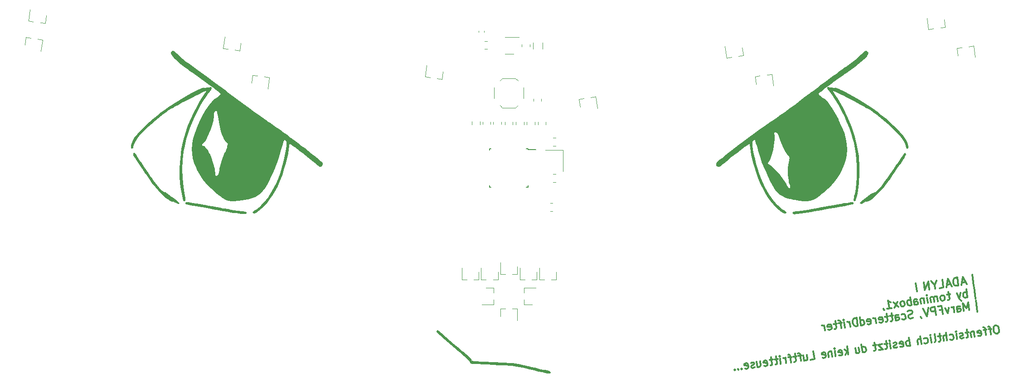
<source format=gbr>
%TF.GenerationSoftware,KiCad,Pcbnew,(6.99.0-222-g367431f825)*%
%TF.CreationDate,2022-01-18T12:28:29+01:00*%
%TF.ProjectId,Adalyn,4164616c-796e-42e6-9b69-6361645f7063,rev?*%
%TF.SameCoordinates,Original*%
%TF.FileFunction,Legend,Bot*%
%TF.FilePolarity,Positive*%
%FSLAX46Y46*%
G04 Gerber Fmt 4.6, Leading zero omitted, Abs format (unit mm)*
G04 Created by KiCad (PCBNEW (6.99.0-222-g367431f825)) date 2022-01-18 12:28:29*
%MOMM*%
%LPD*%
G01*
G04 APERTURE LIST*
%ADD10C,0.300000*%
%ADD11C,0.120000*%
%ADD12C,0.150000*%
G04 APERTURE END LIST*
D10*
X236718644Y-115761168D02*
X236435710Y-115800932D01*
X236304184Y-115891547D01*
X236182599Y-116052896D01*
X236151630Y-116345771D01*
X236221216Y-116840905D01*
X236331713Y-117113898D01*
X236493062Y-117235483D01*
X236644470Y-117286334D01*
X236927404Y-117246570D01*
X237058930Y-117155955D01*
X237180515Y-116994606D01*
X237211484Y-116701732D01*
X237141898Y-116206598D01*
X237031401Y-115933605D01*
X236870052Y-115812020D01*
X236718644Y-115761168D01*
X235787353Y-116396967D02*
X235221485Y-116476494D01*
X235714326Y-117417057D02*
X235535389Y-116143856D01*
X235444773Y-116012330D01*
X235293366Y-115961478D01*
X235151899Y-115981360D01*
X234857209Y-116527690D02*
X234291341Y-116607217D01*
X234784182Y-117547781D02*
X234605245Y-116274579D01*
X234514629Y-116143053D01*
X234363222Y-116092201D01*
X234221755Y-116112083D01*
X233278229Y-117687298D02*
X233429637Y-117738150D01*
X233712571Y-117698386D01*
X233844097Y-117607770D01*
X233894948Y-117456363D01*
X233815421Y-116890495D01*
X233724806Y-116758969D01*
X233573398Y-116708118D01*
X233290464Y-116747881D01*
X233158938Y-116838497D01*
X233108086Y-116989905D01*
X233127968Y-117131371D01*
X233855185Y-117173429D01*
X232501786Y-116858723D02*
X232640959Y-117848991D01*
X232521668Y-117000190D02*
X232440994Y-116939397D01*
X232289586Y-116888546D01*
X232077386Y-116918369D01*
X231945860Y-117008984D01*
X231895008Y-117160392D01*
X232004358Y-117938459D01*
X231500908Y-116999387D02*
X230935041Y-117078915D01*
X231219121Y-116534076D02*
X231398058Y-117807278D01*
X231347207Y-117958686D01*
X231215681Y-118049301D01*
X231074214Y-118069183D01*
X230558529Y-118069527D02*
X230427004Y-118160142D01*
X230144070Y-118199906D01*
X229992662Y-118149054D01*
X229902047Y-118017528D01*
X229892106Y-117946795D01*
X229942957Y-117795387D01*
X230074483Y-117704772D01*
X230286684Y-117674949D01*
X230418209Y-117584334D01*
X230469061Y-117432926D01*
X230459120Y-117362193D01*
X230368505Y-117230667D01*
X230217097Y-117179815D01*
X230004897Y-117209638D01*
X229873371Y-117300253D01*
X229355392Y-118310747D02*
X229216219Y-117320479D01*
X229146633Y-116825345D02*
X229227307Y-116886138D01*
X229166515Y-116966812D01*
X229085840Y-116906020D01*
X229146633Y-116825345D01*
X229166515Y-116966812D01*
X228061640Y-118420442D02*
X228213048Y-118471293D01*
X228495982Y-118431530D01*
X228627508Y-118340914D01*
X228688300Y-118260240D01*
X228739152Y-118108832D01*
X228679506Y-117684431D01*
X228588891Y-117552906D01*
X228508216Y-117492113D01*
X228356809Y-117441262D01*
X228073875Y-117481025D01*
X227942349Y-117571641D01*
X227495104Y-118572194D02*
X227286344Y-117086792D01*
X226858503Y-118661662D02*
X226749152Y-117883594D01*
X226800004Y-117732187D01*
X226931530Y-117641571D01*
X227143730Y-117611749D01*
X227295138Y-117662600D01*
X227375812Y-117723393D01*
X226355052Y-117722590D02*
X225789185Y-117802117D01*
X226073266Y-117257279D02*
X226252202Y-118530481D01*
X226201351Y-118681888D01*
X226069825Y-118772504D01*
X225928358Y-118792386D01*
X225139681Y-118903227D02*
X225271207Y-118812612D01*
X225322058Y-118661204D01*
X225143122Y-117388002D01*
X224563204Y-118984245D02*
X224424031Y-117993977D01*
X224354444Y-117498843D02*
X224435119Y-117559636D01*
X224374326Y-117640310D01*
X224293652Y-117579518D01*
X224354444Y-117498843D01*
X224374326Y-117640310D01*
X223269452Y-119093940D02*
X223420859Y-119144791D01*
X223703793Y-119105028D01*
X223835319Y-119014412D01*
X223896112Y-118933738D01*
X223946963Y-118782330D01*
X223887318Y-118357930D01*
X223796702Y-118226404D01*
X223716028Y-118165611D01*
X223564620Y-118114760D01*
X223281686Y-118154523D01*
X223150160Y-118245139D01*
X222702915Y-119245692D02*
X222494155Y-117760290D01*
X222066314Y-119335160D02*
X221956964Y-118557093D01*
X222007816Y-118405685D01*
X222139341Y-118315070D01*
X222351542Y-118285247D01*
X222502950Y-118336098D01*
X222583624Y-118396891D01*
X220598595Y-119541435D02*
X220389836Y-118056033D01*
X220469363Y-118621900D02*
X220317956Y-118571049D01*
X220035022Y-118610812D01*
X219903496Y-118701428D01*
X219842703Y-118782102D01*
X219791852Y-118933510D01*
X219851497Y-119357910D01*
X219942113Y-119489436D01*
X220022787Y-119550229D01*
X220174195Y-119601080D01*
X220457129Y-119561317D01*
X220588655Y-119470701D01*
X218738976Y-119730657D02*
X218890384Y-119781508D01*
X219173317Y-119741745D01*
X219304843Y-119651129D01*
X219355695Y-119499721D01*
X219276167Y-118933854D01*
X219185552Y-118802328D01*
X219034144Y-118751477D01*
X218751211Y-118791240D01*
X218619685Y-118881856D01*
X218568833Y-119033263D01*
X218588715Y-119174730D01*
X219315931Y-119216788D01*
X218162498Y-119811675D02*
X218030972Y-119902291D01*
X217748039Y-119942054D01*
X217596631Y-119891203D01*
X217506016Y-119759677D01*
X217496075Y-119688944D01*
X217546926Y-119537536D01*
X217678452Y-119446920D01*
X217890652Y-119417098D01*
X218022178Y-119326482D01*
X218073030Y-119175075D01*
X218063089Y-119104341D01*
X217972474Y-118972815D01*
X217821066Y-118921964D01*
X217608866Y-118951786D01*
X217477340Y-119042402D01*
X216959361Y-120052896D02*
X216820188Y-119062628D01*
X216750602Y-118567494D02*
X216831276Y-118628286D01*
X216770484Y-118708961D01*
X216689809Y-118648168D01*
X216750602Y-118567494D01*
X216770484Y-118708961D01*
X216385178Y-119123764D02*
X215819311Y-119203292D01*
X216103391Y-118658453D02*
X216282328Y-119931655D01*
X216231476Y-120083063D01*
X216099951Y-120173678D01*
X215958484Y-120193560D01*
X215384301Y-119264429D02*
X214606233Y-119373779D01*
X215523474Y-120254697D01*
X214745406Y-120364047D01*
X214241956Y-119424975D02*
X213676088Y-119504502D01*
X213960169Y-118959663D02*
X214139106Y-120232865D01*
X214088254Y-120384273D01*
X213956728Y-120474888D01*
X213815261Y-120494770D01*
X211710942Y-120790513D02*
X211502183Y-119305111D01*
X211701001Y-120719780D02*
X211852409Y-120770631D01*
X212135343Y-120730867D01*
X212266869Y-120640252D01*
X212327661Y-120559578D01*
X212378513Y-120408170D01*
X212318867Y-119983769D01*
X212228252Y-119852243D01*
X212147578Y-119791451D01*
X211996170Y-119740599D01*
X211713236Y-119780363D01*
X211581710Y-119870978D01*
X210358691Y-119970732D02*
X210497864Y-120961000D01*
X210995292Y-119881264D02*
X211104642Y-120659331D01*
X211053791Y-120810739D01*
X210922265Y-120901354D01*
X210710064Y-120931177D01*
X210558657Y-120880326D01*
X210477982Y-120819533D01*
X209030145Y-121167274D02*
X208821386Y-119681872D01*
X208809151Y-120621289D02*
X208464278Y-121246802D01*
X208325105Y-120256534D02*
X208970500Y-120742874D01*
X207311992Y-121336615D02*
X207463400Y-121387466D01*
X207746334Y-121347702D01*
X207877860Y-121257087D01*
X207928711Y-121105679D01*
X207849184Y-120539812D01*
X207758569Y-120408286D01*
X207607161Y-120357434D01*
X207324227Y-120397198D01*
X207192701Y-120487813D01*
X207141850Y-120639221D01*
X207161731Y-120780688D01*
X207888948Y-120822746D01*
X206674722Y-121498308D02*
X206535549Y-120508040D01*
X206465963Y-120012905D02*
X206546637Y-120073698D01*
X206485845Y-120154372D01*
X206405170Y-120093580D01*
X206465963Y-120012905D01*
X206485845Y-120154372D01*
X205888339Y-120598999D02*
X206027512Y-121589267D01*
X205908221Y-120740466D02*
X205827546Y-120679673D01*
X205676138Y-120628822D01*
X205463938Y-120658645D01*
X205332412Y-120749260D01*
X205281561Y-120900668D01*
X205390911Y-121678735D01*
X204238625Y-121768548D02*
X204390033Y-121819400D01*
X204672967Y-121779636D01*
X204804493Y-121689021D01*
X204855344Y-121537613D01*
X204775817Y-120971745D01*
X204685201Y-120840219D01*
X204533794Y-120789368D01*
X204250860Y-120829132D01*
X204119334Y-120919747D01*
X204068482Y-121071155D01*
X204088364Y-121212622D01*
X204815580Y-121254679D01*
X202002780Y-122154906D02*
X202710114Y-122055497D01*
X202501354Y-120570095D01*
X200650529Y-121335125D02*
X200789702Y-122325393D01*
X201287129Y-121245657D02*
X201396480Y-122023725D01*
X201345628Y-122175132D01*
X201214102Y-122265748D01*
X201001902Y-122295570D01*
X200850494Y-122244719D01*
X200769820Y-122183926D01*
X200286251Y-121386321D02*
X199720384Y-121465849D01*
X200213224Y-122406412D02*
X200034287Y-121133210D01*
X199943672Y-121001684D01*
X199792264Y-120950833D01*
X199650797Y-120970714D01*
X199356107Y-121517044D02*
X198790240Y-121596572D01*
X199074321Y-121051733D02*
X199253257Y-122324935D01*
X199202406Y-122476343D01*
X199070880Y-122566958D01*
X198929413Y-122586840D01*
X198425964Y-121647767D02*
X197860096Y-121727295D01*
X198352936Y-122667858D02*
X198173999Y-121394657D01*
X198083384Y-121263131D01*
X197931976Y-121212279D01*
X197790510Y-121232161D01*
X197422792Y-122798582D02*
X197283619Y-121808313D01*
X197323383Y-122091247D02*
X197232768Y-121959721D01*
X197152093Y-121898929D01*
X197000686Y-121848077D01*
X196859219Y-121867959D01*
X196421915Y-122939246D02*
X196282741Y-121948978D01*
X196213155Y-121453844D02*
X196293829Y-121514636D01*
X196233037Y-121595310D01*
X196152362Y-121534518D01*
X196213155Y-121453844D01*
X196233037Y-121595310D01*
X195847731Y-122010114D02*
X195281864Y-122089642D01*
X195565944Y-121544803D02*
X195744881Y-122818005D01*
X195694030Y-122969413D01*
X195562504Y-123060028D01*
X195421037Y-123079910D01*
X194917587Y-122140838D02*
X194351720Y-122220365D01*
X194635800Y-121675526D02*
X194814737Y-122948728D01*
X194763886Y-123100136D01*
X194632360Y-123190751D01*
X194490893Y-123210633D01*
X193338608Y-123300446D02*
X193490016Y-123351297D01*
X193772949Y-123311534D01*
X193904475Y-123220918D01*
X193955327Y-123069510D01*
X193875799Y-122503643D01*
X193785184Y-122372117D01*
X193633776Y-122321265D01*
X193350843Y-122361029D01*
X193219317Y-122451645D01*
X193168465Y-122603052D01*
X193188347Y-122744519D01*
X193915563Y-122786577D01*
X191925564Y-122561339D02*
X192064737Y-123551607D01*
X192562165Y-122471871D02*
X192671515Y-123249938D01*
X192620663Y-123401346D01*
X192489138Y-123491962D01*
X192276937Y-123521784D01*
X192125529Y-123470933D01*
X192044855Y-123410140D01*
X191549052Y-123551951D02*
X191417526Y-123642567D01*
X191134592Y-123682330D01*
X190983184Y-123631479D01*
X190892569Y-123499953D01*
X190882628Y-123429219D01*
X190933480Y-123277812D01*
X191065006Y-123187196D01*
X191277206Y-123157374D01*
X191408732Y-123066758D01*
X191459584Y-122915350D01*
X191449643Y-122844617D01*
X191359027Y-122713091D01*
X191207619Y-122662240D01*
X190995419Y-122692062D01*
X190863893Y-122782678D01*
X189770107Y-123801966D02*
X189921514Y-123852817D01*
X190204448Y-123813054D01*
X190335974Y-123722438D01*
X190386826Y-123571031D01*
X190307298Y-123005163D01*
X190216683Y-122873637D01*
X190065275Y-122822786D01*
X189782341Y-122862549D01*
X189650815Y-122953165D01*
X189599964Y-123104572D01*
X189619846Y-123246039D01*
X190347062Y-123288097D01*
X189112955Y-123822192D02*
X189052162Y-123902866D01*
X189132837Y-123963659D01*
X189193629Y-123882984D01*
X189112955Y-123822192D01*
X189132837Y-123963659D01*
X188465744Y-123913151D02*
X188404952Y-123993826D01*
X188485626Y-124054618D01*
X188546419Y-123973944D01*
X188465744Y-123913151D01*
X188485626Y-124054618D01*
X187818534Y-124004111D02*
X187757741Y-124084785D01*
X187838416Y-124145578D01*
X187899208Y-124064903D01*
X187818534Y-124004111D01*
X187838416Y-124145578D01*
X232481000Y-108397659D02*
X232182772Y-106275656D01*
X230954783Y-107674458D02*
X230247449Y-107773868D01*
X231155895Y-108078977D02*
X230452002Y-106663161D01*
X230165627Y-108218150D01*
X229589150Y-108299169D02*
X229380390Y-106813767D01*
X229026723Y-106863471D01*
X228824464Y-106964027D01*
X228702879Y-107125376D01*
X228652027Y-107276784D01*
X228621058Y-107569659D01*
X228650880Y-107781859D01*
X228761378Y-108054852D01*
X228851993Y-108186378D01*
X229013342Y-108307963D01*
X229235483Y-108348873D01*
X229589150Y-108299169D01*
X228174960Y-108065137D02*
X227467626Y-108164546D01*
X228376072Y-108469656D02*
X227672179Y-107053840D01*
X227385804Y-108608829D01*
X226101993Y-108789257D02*
X226809327Y-108689847D01*
X226600567Y-107204445D01*
X225143173Y-108202705D02*
X225242582Y-108910039D01*
X225528956Y-107355050D02*
X225143173Y-108202705D01*
X224538688Y-107494223D01*
X224170971Y-109060644D02*
X223962211Y-107575242D01*
X223322169Y-109179935D01*
X223113410Y-107694533D01*
X221854451Y-109386210D02*
X221645692Y-107900808D01*
X232819191Y-110804010D02*
X232520963Y-108682007D01*
X231281886Y-110515151D02*
X231073127Y-109029749D01*
X231152654Y-109595616D02*
X231001246Y-109544765D01*
X230718312Y-109584528D01*
X230586787Y-109675144D01*
X230525994Y-109755818D01*
X230475142Y-109907226D01*
X230534788Y-110331626D01*
X230625403Y-110463152D01*
X230706078Y-110523945D01*
X230857486Y-110574796D01*
X231140419Y-110535033D01*
X231271945Y-110444417D01*
X230000369Y-109685429D02*
X229785875Y-110725401D01*
X229293034Y-109784838D02*
X229785875Y-110725401D01*
X229977046Y-111059187D01*
X230057721Y-111119979D01*
X230209128Y-111170831D01*
X228037516Y-109961290D02*
X227471649Y-110040817D01*
X227755730Y-109495978D02*
X227934666Y-110769180D01*
X227883815Y-110920588D01*
X227752289Y-111011203D01*
X227610822Y-111031085D01*
X226822145Y-111141927D02*
X226953671Y-111051311D01*
X227014463Y-110970637D01*
X227065315Y-110819229D01*
X227005669Y-110394828D01*
X226915054Y-110263302D01*
X226834380Y-110202510D01*
X226682972Y-110151658D01*
X226470772Y-110181481D01*
X226339246Y-110272097D01*
X226278453Y-110352771D01*
X226227602Y-110504179D01*
X226287247Y-110928579D01*
X226377862Y-111060105D01*
X226458537Y-111120898D01*
X226609945Y-111171749D01*
X226822145Y-111141927D01*
X225750534Y-111292532D02*
X225611361Y-110302264D01*
X225631243Y-110443730D02*
X225550568Y-110382938D01*
X225399161Y-110332086D01*
X225186960Y-110361909D01*
X225055434Y-110452524D01*
X225004583Y-110603932D01*
X225113933Y-111382000D01*
X225004583Y-110603932D02*
X224913967Y-110472406D01*
X224762560Y-110421555D01*
X224550359Y-110451378D01*
X224418833Y-110541993D01*
X224367982Y-110693401D01*
X224477332Y-111471468D01*
X223900855Y-111552487D02*
X223761682Y-110562219D01*
X223692095Y-110067085D02*
X223772770Y-110127877D01*
X223711977Y-110208552D01*
X223631303Y-110147759D01*
X223692095Y-110067085D01*
X223711977Y-110208552D01*
X223114471Y-110653178D02*
X223253644Y-111643447D01*
X223134353Y-110794645D02*
X223053679Y-110733853D01*
X222902271Y-110683001D01*
X222690071Y-110712824D01*
X222558545Y-110803439D01*
X222507693Y-110954847D01*
X222617043Y-111732915D01*
X221403965Y-111903402D02*
X221294615Y-111125334D01*
X221345466Y-110973926D01*
X221476992Y-110883311D01*
X221759926Y-110843547D01*
X221911334Y-110894399D01*
X221394024Y-111832669D02*
X221545432Y-111883520D01*
X221899099Y-111833815D01*
X222030625Y-111743200D01*
X222081477Y-111591792D01*
X222061595Y-111450326D01*
X221970979Y-111318800D01*
X221819572Y-111267948D01*
X221465904Y-111317653D01*
X221314497Y-111266801D01*
X220827488Y-111984421D02*
X220618728Y-110499019D01*
X220698255Y-111064886D02*
X220546848Y-111014034D01*
X220263914Y-111053798D01*
X220132388Y-111144414D01*
X220071595Y-111225088D01*
X220020744Y-111376496D01*
X220080389Y-111800896D01*
X220171005Y-111932422D01*
X220251679Y-111993215D01*
X220403087Y-112044066D01*
X220686021Y-112004303D01*
X220817547Y-111913687D01*
X219331476Y-112194671D02*
X219463002Y-112104056D01*
X219523794Y-112023382D01*
X219574646Y-111871974D01*
X219515000Y-111447573D01*
X219424385Y-111316047D01*
X219343711Y-111255255D01*
X219192303Y-111204403D01*
X218980103Y-111234226D01*
X218848577Y-111324841D01*
X218787784Y-111405516D01*
X218736933Y-111556924D01*
X218796578Y-111981324D01*
X218887194Y-112112850D01*
X218967868Y-112173643D01*
X219119276Y-112224494D01*
X219331476Y-112194671D01*
X218401332Y-112325395D02*
X217484091Y-111444477D01*
X218262159Y-111335127D02*
X217623264Y-112434745D01*
X216268719Y-112625114D02*
X217117520Y-112505823D01*
X216693119Y-112565468D02*
X216484360Y-111080066D01*
X216655650Y-111272385D01*
X216816998Y-111393970D01*
X216968406Y-111444821D01*
X215611567Y-112645340D02*
X215621508Y-112716073D01*
X215712123Y-112847599D01*
X215792798Y-112908392D01*
X233157382Y-113210361D02*
X232859154Y-111088358D01*
X231620077Y-112921502D02*
X231411318Y-111436100D01*
X231065298Y-112566688D01*
X230421049Y-111575273D01*
X230629809Y-113060675D01*
X229416732Y-113231162D02*
X229307381Y-112453094D01*
X229358233Y-112301686D01*
X229489759Y-112211071D01*
X229772693Y-112171307D01*
X229924100Y-112222159D01*
X229406791Y-113160428D02*
X229558198Y-113211280D01*
X229911866Y-113161575D01*
X230043392Y-113070960D01*
X230094243Y-112919552D01*
X230074361Y-112778085D01*
X229983746Y-112646559D01*
X229832338Y-112595708D01*
X229478671Y-112645412D01*
X229327263Y-112594561D01*
X228840254Y-113312180D02*
X228701081Y-112321912D01*
X228740845Y-112604846D02*
X228650229Y-112473320D01*
X228569555Y-112412528D01*
X228418147Y-112361676D01*
X228276680Y-112381558D01*
X227841670Y-112442695D02*
X227627176Y-113482667D01*
X227134336Y-112542104D01*
X226092547Y-112904909D02*
X226587681Y-112835323D01*
X226697032Y-113613391D02*
X226488272Y-112127989D01*
X225780938Y-112227398D01*
X225413221Y-113793819D02*
X225204461Y-112308416D01*
X224638593Y-112387944D01*
X224507067Y-112478559D01*
X224446275Y-112559234D01*
X224395423Y-112710641D01*
X224425246Y-112922842D01*
X224515862Y-113054368D01*
X224596536Y-113115160D01*
X224747944Y-113166012D01*
X225313811Y-113086484D01*
X223991383Y-112478903D02*
X223705009Y-114033892D01*
X223001115Y-112618077D01*
X222552723Y-114123705D02*
X222562664Y-114194438D01*
X222653279Y-114325964D01*
X222733954Y-114386757D01*
X221155738Y-114320038D02*
X220953479Y-114420594D01*
X220599812Y-114470299D01*
X220448404Y-114419447D01*
X220367729Y-114358655D01*
X220277114Y-114227129D01*
X220257232Y-114085662D01*
X220308084Y-113934254D01*
X220368876Y-113853580D01*
X220500402Y-113762965D01*
X220773395Y-113652468D01*
X220904921Y-113561852D01*
X220965714Y-113481178D01*
X221016565Y-113329770D01*
X220996683Y-113188303D01*
X220906068Y-113056777D01*
X220825394Y-112995985D01*
X220673986Y-112945133D01*
X220320319Y-112994838D01*
X220118059Y-113095394D01*
X219093859Y-114609816D02*
X219245267Y-114660668D01*
X219528200Y-114620904D01*
X219659726Y-114530289D01*
X219720519Y-114449615D01*
X219771370Y-114298207D01*
X219711725Y-113873806D01*
X219621109Y-113742280D01*
X219540435Y-113681488D01*
X219389027Y-113630636D01*
X219106093Y-113670400D01*
X218974568Y-113761015D01*
X217890721Y-114851037D02*
X217781371Y-114072969D01*
X217832223Y-113921561D01*
X217963748Y-113830946D01*
X218246682Y-113791182D01*
X218398090Y-113842034D01*
X217880780Y-114780303D02*
X218032188Y-114831155D01*
X218385855Y-114781450D01*
X218517381Y-114690835D01*
X218568233Y-114539427D01*
X218548351Y-114397960D01*
X218457736Y-114266434D01*
X218306328Y-114215583D01*
X217952661Y-114265288D01*
X217801253Y-114214436D01*
X217387271Y-113911965D02*
X216821404Y-113991492D01*
X217105484Y-113446653D02*
X217284421Y-114719855D01*
X217233569Y-114871263D01*
X217102044Y-114961878D01*
X216960577Y-114981760D01*
X216457127Y-114042688D02*
X215891260Y-114122215D01*
X216175340Y-113577377D02*
X216354277Y-114850578D01*
X216303425Y-115001986D01*
X216171900Y-115092602D01*
X216030433Y-115112483D01*
X214878148Y-115202296D02*
X215029555Y-115253148D01*
X215312489Y-115213384D01*
X215444015Y-115122768D01*
X215494867Y-114971361D01*
X215415339Y-114405493D01*
X215324724Y-114273967D01*
X215173316Y-114223116D01*
X214890382Y-114262879D01*
X214758856Y-114353495D01*
X214708005Y-114504903D01*
X214727887Y-114646369D01*
X215455103Y-114688427D01*
X214240878Y-115363989D02*
X214101704Y-114373721D01*
X214141468Y-114656655D02*
X214050853Y-114525129D01*
X213970179Y-114464336D01*
X213818771Y-114413485D01*
X213677304Y-114433367D01*
X212664191Y-115513447D02*
X212815599Y-115564299D01*
X213098533Y-115524535D01*
X213230059Y-115433920D01*
X213280910Y-115282512D01*
X213201383Y-114716644D01*
X213110768Y-114585119D01*
X212959360Y-114534267D01*
X212676426Y-114574031D01*
X212544900Y-114664646D01*
X212494049Y-114816054D01*
X212513930Y-114957521D01*
X213241147Y-114999578D01*
X211390320Y-115764609D02*
X211181561Y-114279207D01*
X211380380Y-115693875D02*
X211531787Y-115744727D01*
X211814721Y-115704963D01*
X211946247Y-115614348D01*
X212007039Y-115533673D01*
X212057891Y-115382266D01*
X211998245Y-114957865D01*
X211907630Y-114826339D01*
X211826956Y-114765547D01*
X211675548Y-114714695D01*
X211392614Y-114754459D01*
X211261088Y-114845074D01*
X210813843Y-115845627D02*
X210605083Y-114360225D01*
X210251416Y-114409930D01*
X210049157Y-114510486D01*
X209927572Y-114671835D01*
X209876720Y-114823243D01*
X209845751Y-115116117D01*
X209875573Y-115328318D01*
X209986071Y-115601310D01*
X210076686Y-115732836D01*
X210238035Y-115854421D01*
X210460176Y-115895332D01*
X210813843Y-115845627D01*
X209388565Y-116045937D02*
X209249392Y-115055669D01*
X209289156Y-115338603D02*
X209198540Y-115207077D01*
X209117866Y-115146284D01*
X208966458Y-115095433D01*
X208824991Y-115115315D01*
X208387687Y-116186601D02*
X208248514Y-115196333D01*
X208178928Y-114701199D02*
X208259602Y-114761992D01*
X208198809Y-114842666D01*
X208118135Y-114781873D01*
X208178928Y-114701199D01*
X208198809Y-114842666D01*
X207813504Y-115257470D02*
X207247636Y-115336997D01*
X207740477Y-116277561D02*
X207561540Y-115004359D01*
X207470925Y-114872833D01*
X207319517Y-114821981D01*
X207178050Y-114841863D01*
X206883360Y-115388193D02*
X206317492Y-115467721D01*
X206601573Y-114922882D02*
X206780510Y-116196084D01*
X206729658Y-116347491D01*
X206598132Y-116438107D01*
X206456666Y-116457989D01*
X205304380Y-116547801D02*
X205455788Y-116598653D01*
X205738722Y-116558889D01*
X205870248Y-116468274D01*
X205921099Y-116316866D01*
X205841572Y-115750998D01*
X205750957Y-115619473D01*
X205599549Y-115568621D01*
X205316615Y-115608385D01*
X205185089Y-115699000D01*
X205134238Y-115850408D01*
X205154119Y-115991875D01*
X205881336Y-116033932D01*
X204667110Y-116709494D02*
X204527937Y-115719226D01*
X204567701Y-116002160D02*
X204477086Y-115870634D01*
X204396411Y-115809841D01*
X204245004Y-115758990D01*
X204103537Y-115778872D01*
D11*
%TO.C,SW1*%
X142894099Y-73330796D02*
X142894099Y-71330796D01*
X143944099Y-70030796D02*
X144394099Y-69580796D01*
X143944099Y-74630796D02*
X144394099Y-75080796D01*
X144394099Y-69580796D02*
X146894099Y-69580796D01*
X144394099Y-75080796D02*
X146894099Y-75080796D01*
X147344099Y-70030796D02*
X146894099Y-69580796D01*
X147344099Y-74630796D02*
X146894099Y-75080796D01*
X148394099Y-73330796D02*
X148394099Y-71330796D01*
%TO.C,D101*%
X59022951Y-59303293D02*
X59226144Y-57857502D01*
X59022951Y-59303293D02*
X58102002Y-59173862D01*
X55893704Y-58863506D02*
X56194318Y-56724527D01*
X55893704Y-58863506D02*
X56814653Y-58992937D01*
%TO.C,D102*%
X95392951Y-64443293D02*
X95596144Y-62997502D01*
X95392951Y-64443293D02*
X94472002Y-64313862D01*
X92263704Y-64003506D02*
X92564318Y-61864527D01*
X92263704Y-64003506D02*
X93184653Y-64132937D01*
%TO.C,D103*%
X133112951Y-69753293D02*
X133316144Y-68307502D01*
X133112951Y-69753293D02*
X132192002Y-69623862D01*
X129983704Y-69313506D02*
X130284318Y-67174527D01*
X129983704Y-69313506D02*
X130904653Y-69442937D01*
%TO.C,D104*%
X189434494Y-65333506D02*
X189231301Y-63887715D01*
X189434494Y-65333506D02*
X188513545Y-65462937D01*
X186305247Y-65773293D02*
X186004633Y-63634314D01*
X186305247Y-65773293D02*
X187226196Y-65643862D01*
%TO.C,D105*%
X227164494Y-60033506D02*
X226961301Y-58587715D01*
X227164494Y-60033506D02*
X226243545Y-60162937D01*
X224035247Y-60473293D02*
X223734633Y-58334314D01*
X224035247Y-60473293D02*
X224956196Y-60343862D01*
%TO.C,D106*%
X55415247Y-61948299D02*
X55212054Y-63394090D01*
X55415247Y-61948299D02*
X56336196Y-62077730D01*
X58544494Y-62388086D02*
X58243880Y-64527065D01*
X58544494Y-62388086D02*
X57623545Y-62258655D01*
%TO.C,D107*%
X97765247Y-68998299D02*
X97562054Y-70444090D01*
X97765247Y-68998299D02*
X98686196Y-69127730D01*
X100894494Y-69438086D02*
X100593880Y-71577065D01*
X100894494Y-69438086D02*
X99973545Y-69308655D01*
%TO.C,D109*%
X191612877Y-69258354D02*
X191816070Y-70704145D01*
X191612877Y-69258354D02*
X192533826Y-69128923D01*
X194742124Y-68818567D02*
X195042738Y-70957546D01*
X194742124Y-68818567D02*
X193821175Y-68947998D01*
%TO.C,D110*%
X232452951Y-63528299D02*
X231532002Y-63657730D01*
X232452951Y-63528299D02*
X232753565Y-65667278D01*
X229323704Y-63968086D02*
X230244653Y-63838655D01*
X229323704Y-63968086D02*
X229526897Y-65413877D01*
%TO.C,D111*%
X140014099Y-107190796D02*
X140014099Y-105730796D01*
X140014099Y-107190796D02*
X139084099Y-107190796D01*
X136854099Y-107190796D02*
X136854099Y-105030796D01*
X136854099Y-107190796D02*
X137784099Y-107190796D01*
%TO.C,D112*%
X143614099Y-107200796D02*
X143614099Y-105740796D01*
X143614099Y-107200796D02*
X142684099Y-107200796D01*
X140454099Y-107200796D02*
X140454099Y-105040796D01*
X140454099Y-107200796D02*
X141384099Y-107200796D01*
%TO.C,D113*%
X150850000Y-107190000D02*
X150850000Y-105730000D01*
X150850000Y-107190000D02*
X149920000Y-107190000D01*
X147690000Y-107190000D02*
X147690000Y-105030000D01*
X147690000Y-107190000D02*
X148620000Y-107190000D01*
%TO.C,D114*%
X154480000Y-107200000D02*
X154480000Y-105740000D01*
X154480000Y-107200000D02*
X153550000Y-107200000D01*
X151320000Y-107200000D02*
X151320000Y-105040000D01*
X151320000Y-107200000D02*
X152250000Y-107200000D01*
%TO.C,D115*%
X142790000Y-108710000D02*
X141330000Y-108710000D01*
X142790000Y-108710000D02*
X142790000Y-109640000D01*
X142790000Y-111870000D02*
X140630000Y-111870000D01*
X142790000Y-111870000D02*
X142790000Y-110940000D01*
%TO.C,D116*%
X144050000Y-112630000D02*
X144050000Y-114090000D01*
X144050000Y-112630000D02*
X144980000Y-112630000D01*
X147210000Y-112630000D02*
X147210000Y-114790000D01*
X147210000Y-112630000D02*
X146280000Y-112630000D01*
%TO.C,D117*%
X148510000Y-111870000D02*
X149970000Y-111870000D01*
X148510000Y-111870000D02*
X148510000Y-110940000D01*
X148510000Y-108710000D02*
X150670000Y-108710000D01*
X148510000Y-108710000D02*
X148510000Y-109640000D01*
%TO.C,D118*%
X147224099Y-106190796D02*
X147224099Y-104730796D01*
X147224099Y-106190796D02*
X146294099Y-106190796D01*
X144064099Y-106190796D02*
X144064099Y-104030796D01*
X144064099Y-106190796D02*
X144994099Y-106190796D01*
%TO.C,C2*%
X150485000Y-77728748D02*
X150485000Y-78251252D01*
X149015000Y-77728748D02*
X149015000Y-78251252D01*
%TO.C,C4*%
X146385000Y-77728748D02*
X146385000Y-78251252D01*
X144915000Y-77728748D02*
X144915000Y-78251252D01*
%TO.C,C5*%
X148445000Y-77728748D02*
X148445000Y-78251252D01*
X146975000Y-77728748D02*
X146975000Y-78251252D01*
%TO.C,C6*%
X138755000Y-78221252D02*
X138755000Y-77698748D01*
X140225000Y-78221252D02*
X140225000Y-77698748D01*
%TO.C,C101*%
X152525000Y-77728748D02*
X152525000Y-78251252D01*
X151055000Y-77728748D02*
X151055000Y-78251252D01*
%TO.C,R2*%
X140775000Y-78177064D02*
X140775000Y-77722936D01*
X142245000Y-78177064D02*
X142245000Y-77722936D01*
%TO.C,R3*%
X142745000Y-78197064D02*
X142745000Y-77742936D01*
X144215000Y-78197064D02*
X144215000Y-77742936D01*
%TO.C,R4*%
X150239099Y-73887860D02*
X150239099Y-73433732D01*
X151709099Y-73887860D02*
X151709099Y-73433732D01*
%TO.C,R5*%
X153352936Y-92915000D02*
X153807064Y-92915000D01*
X153352936Y-94385000D02*
X153807064Y-94385000D01*
%TO.C,D108*%
X158749605Y-73477290D02*
X158952798Y-74923081D01*
X158749605Y-73477290D02*
X159670554Y-73347859D01*
X161878852Y-73037503D02*
X162179466Y-75176482D01*
X161878852Y-73037503D02*
X160957903Y-73166934D01*
%TO.C,F101*%
X151944099Y-62898732D02*
X151944099Y-64102860D01*
X150124099Y-62898732D02*
X150124099Y-64102860D01*
%TO.C,L101*%
X139964099Y-61023575D02*
X139964099Y-60698017D01*
X140984099Y-61023575D02*
X140984099Y-60698017D01*
%TO.C,R101*%
X141127035Y-62635796D02*
X141581163Y-62635796D01*
X141127035Y-64105796D02*
X141581163Y-64105796D01*
%TO.C,R102*%
X149549099Y-63233732D02*
X149549099Y-63687860D01*
X148079099Y-63233732D02*
X148079099Y-63687860D01*
D12*
%TO.C,U1*%
X149249099Y-89955796D02*
X149249099Y-89630796D01*
X149249099Y-89955796D02*
X148924099Y-89955796D01*
X149249099Y-82930796D02*
X150674099Y-82930796D01*
X149249099Y-82705796D02*
X149249099Y-82930796D01*
X149249099Y-82705796D02*
X148924099Y-82705796D01*
X141999099Y-89955796D02*
X142324099Y-89955796D01*
X141999099Y-89955796D02*
X141999099Y-89630796D01*
X141999099Y-82705796D02*
X142324099Y-82705796D01*
X141999099Y-82705796D02*
X141999099Y-83030796D01*
%TO.C,G\u002A\u002A\u002A*%
G36*
X209920743Y-92753864D02*
G01*
X210009981Y-92801205D01*
X210064349Y-92884791D01*
X210026621Y-93043670D01*
X209998805Y-93070341D01*
X209882367Y-93123981D01*
X209669342Y-93186009D01*
X209345411Y-93259547D01*
X208896254Y-93347718D01*
X208307552Y-93453644D01*
X207564985Y-93580447D01*
X207107195Y-93658006D01*
X206319981Y-93794156D01*
X205502668Y-93938411D01*
X204704701Y-94081931D01*
X203975526Y-94215876D01*
X203364590Y-94331407D01*
X203361995Y-94331908D01*
X202721352Y-94451025D01*
X202039266Y-94570034D01*
X201367694Y-94680396D01*
X200758594Y-94773570D01*
X200263921Y-94841018D01*
X200032751Y-94869590D01*
X199616826Y-94921574D01*
X199279961Y-94964444D01*
X199052016Y-94994377D01*
X198962851Y-95007551D01*
X198912954Y-94995403D01*
X198771714Y-94929521D01*
X198659452Y-94834383D01*
X198609394Y-94680586D01*
X198686308Y-94555221D01*
X198741029Y-94539571D01*
X198944152Y-94502578D01*
X199265806Y-94453354D01*
X199675879Y-94396422D01*
X200144262Y-94336302D01*
X200245457Y-94323574D01*
X200871316Y-94237385D01*
X201557471Y-94132742D01*
X202227501Y-94021707D01*
X202804986Y-93916344D01*
X203344250Y-93813409D01*
X203986656Y-93694260D01*
X204699259Y-93564730D01*
X205452407Y-93430010D01*
X206216453Y-93295290D01*
X206961745Y-93165762D01*
X207658635Y-93046615D01*
X208277472Y-92943041D01*
X208788608Y-92860230D01*
X209162392Y-92803372D01*
X209493205Y-92760204D01*
X209759566Y-92740169D01*
X209920743Y-92753864D01*
G37*
G36*
X85831333Y-92771061D02*
G01*
X86180344Y-92815093D01*
X86638042Y-92883756D01*
X87219076Y-92978299D01*
X87938093Y-93099973D01*
X88809741Y-93250028D01*
X88880670Y-93262304D01*
X89566195Y-93382547D01*
X90301329Y-93513923D01*
X91031790Y-93646583D01*
X91703296Y-93770679D01*
X92261568Y-93876360D01*
X92546637Y-93929939D01*
X93170355Y-94039899D01*
X93810201Y-94144567D01*
X94405359Y-94234183D01*
X94895013Y-94298988D01*
X95168071Y-94331284D01*
X95674950Y-94392574D01*
X96045542Y-94441147D01*
X96302396Y-94481569D01*
X96468060Y-94518407D01*
X96565082Y-94556227D01*
X96616010Y-94599596D01*
X96643392Y-94653081D01*
X96647927Y-94751125D01*
X96543509Y-94898206D01*
X96395785Y-94959949D01*
X96168670Y-94971503D01*
X96149488Y-94968454D01*
X95956637Y-94941998D01*
X95641424Y-94902173D01*
X95243028Y-94853838D01*
X94800630Y-94801852D01*
X94729391Y-94793355D01*
X94263586Y-94729919D01*
X93685988Y-94641379D01*
X93042598Y-94535275D01*
X92379414Y-94419148D01*
X91742436Y-94300538D01*
X91600684Y-94273356D01*
X90892864Y-94140894D01*
X90090085Y-93994935D01*
X89251687Y-93846047D01*
X88437010Y-93704795D01*
X87705393Y-93581743D01*
X87317323Y-93517539D01*
X86678836Y-93409663D01*
X86181931Y-93320937D01*
X85809208Y-93246919D01*
X85543270Y-93183168D01*
X85366716Y-93125241D01*
X85262148Y-93068697D01*
X85212167Y-93009094D01*
X85199373Y-92941991D01*
X85203934Y-92876626D01*
X85229219Y-92816249D01*
X85289954Y-92774254D01*
X85400786Y-92751891D01*
X85576363Y-92750410D01*
X85831333Y-92771061D01*
G37*
G36*
X219666820Y-83545763D02*
G01*
X219799833Y-83619253D01*
X219814207Y-83805617D01*
X219710963Y-84098446D01*
X219491122Y-84491330D01*
X219228385Y-84899853D01*
X218891951Y-85409079D01*
X218507312Y-85981094D01*
X218092164Y-86590364D01*
X217664204Y-87211357D01*
X217241127Y-87818539D01*
X216840629Y-88386377D01*
X216480405Y-88889338D01*
X216178152Y-89301890D01*
X215951565Y-89598500D01*
X215775939Y-89815754D01*
X215286775Y-90385608D01*
X214787289Y-90921493D01*
X214293816Y-91409138D01*
X213822692Y-91834269D01*
X213390255Y-92182614D01*
X213012841Y-92439899D01*
X212706785Y-92591853D01*
X212488424Y-92624201D01*
X212264309Y-92651361D01*
X211965230Y-92827276D01*
X211729445Y-92969493D01*
X211482777Y-93042062D01*
X211292954Y-93019031D01*
X211199094Y-92896847D01*
X211202597Y-92874066D01*
X211298355Y-92748227D01*
X211502914Y-92555370D01*
X211790506Y-92314401D01*
X212135360Y-92044225D01*
X212511708Y-91763746D01*
X212893780Y-91491871D01*
X213255807Y-91247504D01*
X213572019Y-91049549D01*
X213816647Y-90916913D01*
X213963922Y-90868500D01*
X214066567Y-90829109D01*
X214275184Y-90672493D01*
X214552542Y-90414144D01*
X214879828Y-90072941D01*
X215238229Y-89667766D01*
X215608933Y-89217500D01*
X215624236Y-89198085D01*
X215806031Y-88956035D01*
X216063840Y-88599151D01*
X216381491Y-88150921D01*
X216742809Y-87634833D01*
X217131622Y-87074375D01*
X217531756Y-86493034D01*
X217927036Y-85914299D01*
X218301290Y-85361657D01*
X218638343Y-84858595D01*
X218922022Y-84428602D01*
X219136154Y-84095166D01*
X219295665Y-83857123D01*
X219495177Y-83623721D01*
X219641879Y-83544833D01*
X219666820Y-83545763D01*
G37*
G36*
X75744640Y-83552205D02*
G01*
X75872042Y-83698272D01*
X76046504Y-83937800D01*
X76241443Y-84235420D01*
X76420722Y-84516767D01*
X76708403Y-84955551D01*
X77055140Y-85475099D01*
X77441883Y-86047629D01*
X77849581Y-86645360D01*
X78259185Y-87240511D01*
X78651647Y-87805299D01*
X79007915Y-88311943D01*
X79308941Y-88732661D01*
X79535675Y-89039672D01*
X79621974Y-89151993D01*
X79976571Y-89592097D01*
X80327891Y-89997596D01*
X80656310Y-90348238D01*
X80942201Y-90623771D01*
X81165941Y-90803942D01*
X81307902Y-90868500D01*
X81338913Y-90870602D01*
X81460783Y-90906467D01*
X81635207Y-90994824D01*
X81878354Y-91146148D01*
X82206393Y-91370916D01*
X82635490Y-91679603D01*
X83181814Y-92082685D01*
X83401892Y-92247693D01*
X83733323Y-92506798D01*
X83947314Y-92696215D01*
X84059241Y-92832650D01*
X84084475Y-92932807D01*
X84038392Y-93013388D01*
X83919666Y-93066851D01*
X83681566Y-93021129D01*
X83363568Y-92843639D01*
X83310845Y-92809275D01*
X83032975Y-92675833D01*
X82797136Y-92633500D01*
X82666893Y-92618542D01*
X82373057Y-92494825D01*
X82003660Y-92260462D01*
X81575822Y-91930733D01*
X81106664Y-91520919D01*
X80613306Y-91046301D01*
X80112867Y-90522159D01*
X79622468Y-89963775D01*
X79159229Y-89386429D01*
X78972095Y-89135914D01*
X78683711Y-88737021D01*
X78352021Y-88267544D01*
X77989799Y-87746524D01*
X77609823Y-87193000D01*
X77224869Y-86626014D01*
X76847714Y-86064606D01*
X76491134Y-85527816D01*
X76167905Y-85034684D01*
X75890804Y-84604252D01*
X75672608Y-84255559D01*
X75526092Y-84007647D01*
X75464033Y-83879555D01*
X75463542Y-83877593D01*
X75459481Y-83662290D01*
X75550167Y-83531650D01*
X75708015Y-83525678D01*
X75744640Y-83552205D01*
G37*
G36*
X132406288Y-116629020D02*
G01*
X132558960Y-116744261D01*
X132784290Y-116936194D01*
X133051798Y-117179553D01*
X133284814Y-117395063D01*
X133682826Y-117753664D01*
X134153274Y-118167203D01*
X134708109Y-118645968D01*
X135359282Y-119200245D01*
X136118745Y-119840321D01*
X136998449Y-120576483D01*
X137254172Y-120790449D01*
X137740991Y-121202845D01*
X138112732Y-121527751D01*
X138381724Y-121777662D01*
X138560302Y-121965077D01*
X138660796Y-122102491D01*
X138695538Y-122202402D01*
X138676860Y-122277305D01*
X138670503Y-122290354D01*
X138678481Y-122324592D01*
X138737196Y-122354845D01*
X138861524Y-122382509D01*
X139066342Y-122408982D01*
X139366525Y-122435660D01*
X139776950Y-122463942D01*
X140312492Y-122495224D01*
X140988029Y-122530903D01*
X141818436Y-122572377D01*
X141967649Y-122579707D01*
X142675235Y-122614497D01*
X143369361Y-122648665D01*
X144018780Y-122680671D01*
X144592246Y-122708976D01*
X145058511Y-122732037D01*
X145386329Y-122748314D01*
X145822109Y-122774728D01*
X146357346Y-122823146D01*
X146896856Y-122893033D01*
X147472325Y-122989847D01*
X148115440Y-123119042D01*
X148857889Y-123286074D01*
X149731357Y-123496398D01*
X149866972Y-123529628D01*
X150471891Y-123674370D01*
X151071095Y-123812690D01*
X151624860Y-123935722D01*
X152093458Y-124034595D01*
X152437165Y-124100442D01*
X152797226Y-124168488D01*
X153159521Y-124260554D01*
X153381291Y-124357966D01*
X153479434Y-124468918D01*
X153470846Y-124601601D01*
X153423544Y-124669467D01*
X153268092Y-124734896D01*
X153196356Y-124731987D01*
X152890122Y-124695023D01*
X152440313Y-124617992D01*
X151861984Y-124503955D01*
X151170186Y-124355970D01*
X150379973Y-124177096D01*
X149506396Y-123970392D01*
X148865598Y-123816944D01*
X148199228Y-123662463D01*
X147634723Y-123540887D01*
X147137529Y-123447034D01*
X146673094Y-123375721D01*
X146206865Y-123321765D01*
X145704288Y-123279982D01*
X145130811Y-123245191D01*
X144451881Y-123212207D01*
X143861166Y-123185235D01*
X142648086Y-123129080D01*
X141599670Y-123079366D01*
X140712382Y-123035909D01*
X139982687Y-122998523D01*
X139407048Y-122967025D01*
X138981928Y-122941231D01*
X138703793Y-122920957D01*
X138569105Y-122906019D01*
X138441264Y-122849040D01*
X138377968Y-122679842D01*
X138376748Y-122660103D01*
X138330036Y-122536318D01*
X138208319Y-122367202D01*
X138001634Y-122143130D01*
X137700014Y-121854479D01*
X137293495Y-121491624D01*
X136772111Y-121044941D01*
X136125898Y-120504805D01*
X136055186Y-120446154D01*
X135421443Y-119916671D01*
X134805204Y-119395311D01*
X134220638Y-118894556D01*
X133681917Y-118426890D01*
X133203211Y-118004796D01*
X132798692Y-117640757D01*
X132482529Y-117347255D01*
X132268893Y-117136773D01*
X132171956Y-117021795D01*
X132139671Y-116840892D01*
X132212184Y-116677215D01*
X132361364Y-116607166D01*
X132406288Y-116629020D01*
G37*
G36*
X90030870Y-71229877D02*
G01*
X90157611Y-71297452D01*
X90156282Y-71452936D01*
X90025415Y-71702369D01*
X89763542Y-72051789D01*
X89577122Y-72288162D01*
X89077907Y-72989618D01*
X88554769Y-73811586D01*
X88023718Y-74723619D01*
X87500767Y-75695271D01*
X87001927Y-76696094D01*
X86543210Y-77695642D01*
X86140628Y-78663469D01*
X85810193Y-79569127D01*
X85606357Y-80228300D01*
X85396748Y-80995419D01*
X85200046Y-81797429D01*
X85032034Y-82569924D01*
X84908497Y-83248500D01*
X84718672Y-84863335D01*
X84643840Y-86559893D01*
X84687193Y-88265842D01*
X84847567Y-89936408D01*
X85123799Y-91526820D01*
X85199718Y-91900322D01*
X85238832Y-92172764D01*
X85236384Y-92342389D01*
X85194794Y-92440332D01*
X85186065Y-92450636D01*
X85056060Y-92551691D01*
X84940059Y-92524871D01*
X84831114Y-92359952D01*
X84722275Y-92046707D01*
X84606592Y-91574913D01*
X84319276Y-89918625D01*
X84161237Y-88152553D01*
X84139614Y-86344239D01*
X84252688Y-84521002D01*
X84498741Y-82710158D01*
X84876054Y-80939027D01*
X85382908Y-79234924D01*
X85739866Y-78281307D01*
X86203467Y-77193816D01*
X86732095Y-76072648D01*
X87301851Y-74966154D01*
X87888839Y-73922686D01*
X88469161Y-72990597D01*
X89177935Y-71919027D01*
X88569089Y-72183994D01*
X88216163Y-72344798D01*
X87738455Y-72573440D01*
X87173041Y-72851497D01*
X86551052Y-73163129D01*
X85903618Y-73492497D01*
X85261867Y-73823763D01*
X84656931Y-74141088D01*
X84119938Y-74428632D01*
X83682019Y-74670557D01*
X83636906Y-74696040D01*
X83261007Y-74905534D01*
X82928504Y-75086144D01*
X82674006Y-75219329D01*
X82532126Y-75286546D01*
X82476766Y-75312476D01*
X82259841Y-75445169D01*
X81943417Y-75663537D01*
X81549248Y-75951227D01*
X81099087Y-76291887D01*
X80614685Y-76669164D01*
X80117795Y-77066704D01*
X79630170Y-77468155D01*
X78843127Y-78143722D01*
X77966861Y-78946425D01*
X77219608Y-79693597D01*
X76605580Y-80380465D01*
X76128987Y-81002254D01*
X75794039Y-81554193D01*
X75604946Y-82031507D01*
X75568944Y-82168923D01*
X75501193Y-82426906D01*
X75456237Y-82597269D01*
X75402316Y-82688401D01*
X75231708Y-82724269D01*
X75194857Y-82716168D01*
X75062996Y-82597517D01*
X75023456Y-82364648D01*
X75071601Y-82037820D01*
X75202796Y-81637290D01*
X75412404Y-81183315D01*
X75695791Y-80696153D01*
X75854830Y-80470252D01*
X76210400Y-80038179D01*
X76673960Y-79534602D01*
X77227147Y-78976470D01*
X77851596Y-78380733D01*
X78528945Y-77764340D01*
X79240829Y-77144241D01*
X79968885Y-76537385D01*
X80694748Y-75960721D01*
X81400056Y-75431199D01*
X82051739Y-74974464D01*
X83034555Y-74331682D01*
X84116662Y-73668389D01*
X85263290Y-73005131D01*
X86439669Y-72362456D01*
X87611028Y-71760910D01*
X88014158Y-71564842D01*
X88319211Y-71428672D01*
X88526427Y-71356236D01*
X88662065Y-71338457D01*
X88752382Y-71366253D01*
X88853114Y-71410465D01*
X89057321Y-71377213D01*
X89220950Y-71333250D01*
X89451992Y-71341155D01*
X89635198Y-71351702D01*
X89745908Y-71307726D01*
X89801416Y-71262801D01*
X89964243Y-71225833D01*
X90030870Y-71229877D01*
G37*
G36*
X205411053Y-71239347D02*
G01*
X205529091Y-71307726D01*
X205632987Y-71350927D01*
X205823007Y-71341155D01*
X206024237Y-71330526D01*
X206217679Y-71377213D01*
X206317670Y-71414228D01*
X206522738Y-71366178D01*
X206538176Y-71357604D01*
X206632591Y-71339309D01*
X206777213Y-71366400D01*
X206996816Y-71447735D01*
X207316173Y-71592170D01*
X207760057Y-71808564D01*
X207862418Y-71859685D01*
X208501084Y-72189515D01*
X209220286Y-72576102D01*
X209981232Y-72997453D01*
X210745128Y-73431571D01*
X211473183Y-73856461D01*
X212126603Y-74250128D01*
X212666597Y-74590577D01*
X212840347Y-74705022D01*
X213604926Y-75234528D01*
X214398427Y-75821887D01*
X215201826Y-76450388D01*
X215996103Y-77103319D01*
X216762233Y-77763970D01*
X217481197Y-78415629D01*
X218133970Y-79041586D01*
X218701531Y-79625127D01*
X219164857Y-80149543D01*
X219504927Y-80598122D01*
X219575166Y-80704941D01*
X219847648Y-81170043D01*
X220058335Y-81614235D01*
X220200126Y-82013937D01*
X220265919Y-82345567D01*
X220248611Y-82585547D01*
X220141100Y-82710296D01*
X220136324Y-82712074D01*
X219957632Y-82701038D01*
X219817081Y-82538576D01*
X219728573Y-82240521D01*
X219646085Y-81911675D01*
X219419156Y-81404851D01*
X219059121Y-80844617D01*
X218561480Y-80224973D01*
X217921732Y-79539918D01*
X217135378Y-78783454D01*
X216844760Y-78519165D01*
X216365905Y-78096303D01*
X215855287Y-77657977D01*
X215330626Y-77218312D01*
X214809642Y-76791435D01*
X214310055Y-76391474D01*
X213849583Y-76032555D01*
X213445947Y-75728804D01*
X213116867Y-75494349D01*
X212880060Y-75343316D01*
X212753248Y-75289833D01*
X212732079Y-75283074D01*
X212588121Y-75213511D01*
X212335953Y-75080608D01*
X212003447Y-74899237D01*
X211618475Y-74684272D01*
X211262486Y-74486703D01*
X210710190Y-74188674D01*
X210091567Y-73862198D01*
X209437385Y-73522949D01*
X208778414Y-73186601D01*
X208145420Y-72868829D01*
X207569172Y-72585307D01*
X207080440Y-72351711D01*
X206709989Y-72183713D01*
X206105222Y-71922618D01*
X206675966Y-72780725D01*
X207063349Y-73379345D01*
X208070391Y-75110745D01*
X208947677Y-76894288D01*
X209688157Y-78711473D01*
X210284785Y-80543794D01*
X210730509Y-82372749D01*
X211018283Y-84179833D01*
X211021952Y-84212239D01*
X211071277Y-84799663D01*
X211104334Y-85499508D01*
X211121415Y-86271611D01*
X211122811Y-87075804D01*
X211108815Y-87871922D01*
X211079719Y-88619799D01*
X211035813Y-89279269D01*
X210977390Y-89810166D01*
X210966586Y-89884173D01*
X210869249Y-90500762D01*
X210766248Y-91074969D01*
X210663024Y-91581678D01*
X210565017Y-91995772D01*
X210477670Y-92292132D01*
X210406424Y-92445643D01*
X210349345Y-92506224D01*
X210219341Y-92551689D01*
X210078218Y-92437944D01*
X210037481Y-92353374D01*
X210030554Y-92198872D01*
X210067044Y-91948900D01*
X210149698Y-91570111D01*
X210238575Y-91170330D01*
X210409676Y-90211941D01*
X210526440Y-89213592D01*
X210593003Y-88133905D01*
X210613505Y-86931500D01*
X210599616Y-85917400D01*
X210544807Y-84805140D01*
X210442219Y-83767302D01*
X210285309Y-82754077D01*
X210067536Y-81715653D01*
X209782360Y-80602219D01*
X209581156Y-79931244D01*
X209219343Y-78903128D01*
X208785346Y-77826420D01*
X208294440Y-76731741D01*
X207761902Y-75649711D01*
X207203009Y-74610951D01*
X206633036Y-73646082D01*
X206067262Y-72785725D01*
X205520961Y-72060500D01*
X205410914Y-71922914D01*
X205192576Y-71608358D01*
X205104177Y-71391585D01*
X205144106Y-71266206D01*
X205310757Y-71225833D01*
X205411053Y-71239347D01*
G37*
G36*
X204446578Y-90928340D02*
G01*
X204169941Y-91162962D01*
X203551907Y-91652244D01*
X202992953Y-92027226D01*
X202461729Y-92296245D01*
X201926887Y-92467637D01*
X201357080Y-92549740D01*
X200720958Y-92550889D01*
X199987174Y-92479421D01*
X199124378Y-92343673D01*
X198861566Y-92296107D01*
X198221021Y-92163818D01*
X197698625Y-92023913D01*
X197256404Y-91863338D01*
X196856380Y-91669038D01*
X196460577Y-91427959D01*
X196325322Y-91335624D01*
X195991131Y-91075290D01*
X195686058Y-90779442D01*
X195395653Y-90427449D01*
X195105467Y-89998675D01*
X194801050Y-89472489D01*
X194467952Y-88828257D01*
X194091725Y-88045346D01*
X194020019Y-87892114D01*
X193649566Y-87090201D01*
X193340991Y-86397780D01*
X193081200Y-85779648D01*
X192951202Y-85443749D01*
X194039501Y-85443749D01*
X194085960Y-85547421D01*
X194279437Y-85663808D01*
X194560218Y-85845594D01*
X194945939Y-86171724D01*
X195376920Y-86598633D01*
X195831993Y-87101655D01*
X196289993Y-87656125D01*
X196729752Y-88237378D01*
X197130105Y-88820750D01*
X197469885Y-89381575D01*
X197511867Y-89456019D01*
X197735988Y-89821747D01*
X197906613Y-90036399D01*
X198028773Y-90106500D01*
X198072560Y-90102575D01*
X198158712Y-90027512D01*
X198182650Y-89827100D01*
X198182600Y-89817091D01*
X198158515Y-89601922D01*
X198103685Y-89467266D01*
X198088356Y-89443615D01*
X198028722Y-89280314D01*
X197955555Y-89010007D01*
X197881290Y-88676888D01*
X197874152Y-88640356D01*
X197812295Y-88178480D01*
X197777178Y-87621796D01*
X197767791Y-87014118D01*
X197783122Y-86399261D01*
X197822160Y-85821038D01*
X197883894Y-85323263D01*
X197967312Y-84949748D01*
X198024908Y-84746838D01*
X198055076Y-84497690D01*
X198003997Y-84275899D01*
X197857424Y-84033757D01*
X197601109Y-83723555D01*
X197434266Y-83500694D01*
X197192241Y-83097280D01*
X196930045Y-82588006D01*
X196662860Y-82004595D01*
X196405871Y-81378771D01*
X196174260Y-80742257D01*
X196140858Y-80644364D01*
X195993103Y-80235941D01*
X195877217Y-79968166D01*
X195783754Y-79821691D01*
X195703273Y-79777166D01*
X195628096Y-79767206D01*
X195509023Y-79696197D01*
X195466615Y-79662739D01*
X195326687Y-79665761D01*
X195280861Y-79692451D01*
X195234956Y-79783735D01*
X195226389Y-79965445D01*
X195250367Y-80275897D01*
X195265877Y-80504745D01*
X195262297Y-81038343D01*
X195216582Y-81637951D01*
X195134821Y-82274167D01*
X195023099Y-82917588D01*
X194887504Y-83538812D01*
X194734122Y-84108437D01*
X194569040Y-84597062D01*
X194398346Y-84975283D01*
X194228126Y-85213700D01*
X194134660Y-85305430D01*
X194039501Y-85443749D01*
X192951202Y-85443749D01*
X192857100Y-85200600D01*
X192655599Y-84625432D01*
X192463602Y-84018939D01*
X192268017Y-83345919D01*
X192055750Y-82571166D01*
X191951565Y-82196056D01*
X191852559Y-81863748D01*
X191773658Y-81624121D01*
X191725973Y-81512833D01*
X191678878Y-81421269D01*
X191628415Y-81229214D01*
X191599038Y-81030262D01*
X191354055Y-81223107D01*
X191235643Y-81322422D01*
X191165973Y-81419436D01*
X191136799Y-81556423D01*
X191139020Y-81776335D01*
X191163534Y-82122119D01*
X191174091Y-82245091D01*
X191265351Y-82949779D01*
X191413947Y-83768229D01*
X191611712Y-84665549D01*
X191850476Y-85606850D01*
X192122072Y-86557242D01*
X192418331Y-87481833D01*
X192476234Y-87647034D01*
X192745857Y-88332388D01*
X193078053Y-89078241D01*
X193450388Y-89840102D01*
X193840431Y-90573478D01*
X194225747Y-91233879D01*
X194583903Y-91776812D01*
X194618815Y-91825124D01*
X195029086Y-92355795D01*
X195470965Y-92868900D01*
X195919577Y-93339580D01*
X196350048Y-93742976D01*
X196737502Y-94054226D01*
X197057065Y-94248472D01*
X197151389Y-94294233D01*
X197413666Y-94469093D01*
X197510524Y-94637939D01*
X197439929Y-94797856D01*
X197324749Y-94827563D01*
X197127364Y-94811046D01*
X196883253Y-94729932D01*
X196480862Y-94499192D01*
X196027675Y-94148280D01*
X195540575Y-93694455D01*
X195036446Y-93154979D01*
X194532169Y-92547112D01*
X194044626Y-91888114D01*
X193590702Y-91195245D01*
X193140894Y-90401938D01*
X192584969Y-89248384D01*
X192072885Y-87989744D01*
X191616578Y-86661476D01*
X191227984Y-85299040D01*
X190919043Y-83937895D01*
X190701689Y-82613500D01*
X190679072Y-82443423D01*
X190634381Y-82133621D01*
X190597730Y-81913197D01*
X190575395Y-81821505D01*
X190526648Y-81837587D01*
X190358743Y-81942839D01*
X190088683Y-82131754D01*
X189733476Y-82391262D01*
X189310126Y-82708291D01*
X188835642Y-83069770D01*
X188327028Y-83462629D01*
X187801293Y-83873796D01*
X187275441Y-84290201D01*
X186766479Y-84698772D01*
X186291415Y-85086440D01*
X185867253Y-85440132D01*
X185620030Y-85642997D01*
X185331427Y-85863949D01*
X185100468Y-86023060D01*
X184961955Y-86095149D01*
X184793992Y-86108473D01*
X184563595Y-86020562D01*
X184409002Y-85834756D01*
X184359446Y-85593688D01*
X184444159Y-85339993D01*
X184445997Y-85337234D01*
X184579381Y-85187732D01*
X184802345Y-84983933D01*
X185067630Y-84769109D01*
X185155357Y-84701875D01*
X185444174Y-84477184D01*
X185811230Y-84188480D01*
X186218433Y-83865792D01*
X186627693Y-83539152D01*
X186993814Y-83248862D01*
X187720678Y-82685474D01*
X188550853Y-82055242D01*
X189460496Y-81375593D01*
X190425762Y-80663956D01*
X191422806Y-79937756D01*
X192427784Y-79214422D01*
X193416853Y-78511381D01*
X194366166Y-77846061D01*
X195251881Y-77235889D01*
X195552758Y-77029375D01*
X196332427Y-76484531D01*
X197199850Y-75866998D01*
X198123520Y-75199767D01*
X199071932Y-74505830D01*
X200013577Y-73808178D01*
X200916950Y-73129802D01*
X201750543Y-72493692D01*
X201929554Y-72356027D01*
X202560507Y-71874268D01*
X203243091Y-71357679D01*
X203958649Y-70820031D01*
X204688525Y-70275099D01*
X205414064Y-69736657D01*
X206116610Y-69218476D01*
X206777506Y-68734332D01*
X207378098Y-68297998D01*
X207899727Y-67923246D01*
X208323740Y-67623850D01*
X208631480Y-67413585D01*
X209000291Y-67163152D01*
X209713760Y-66644461D01*
X210388187Y-66111070D01*
X210986024Y-65593304D01*
X211469721Y-65121486D01*
X211535065Y-65052703D01*
X211856947Y-64734754D01*
X212104909Y-64540331D01*
X212302290Y-64458874D01*
X212472431Y-64479824D01*
X212638670Y-64592622D01*
X212715928Y-64676491D01*
X212783847Y-64868064D01*
X212726023Y-65108508D01*
X212539047Y-65426347D01*
X212534679Y-65432636D01*
X212294166Y-65721609D01*
X211933648Y-66081056D01*
X211476272Y-66491673D01*
X210945189Y-66934158D01*
X210363547Y-67389206D01*
X209754494Y-67837514D01*
X209141179Y-68259779D01*
X209109634Y-68280778D01*
X208811643Y-68484785D01*
X208428889Y-68754281D01*
X207978473Y-69076584D01*
X207477499Y-69439014D01*
X206943068Y-69828888D01*
X206392284Y-70233524D01*
X205842247Y-70640240D01*
X205310061Y-71036356D01*
X204812828Y-71409189D01*
X204367651Y-71746057D01*
X203991631Y-72034279D01*
X203701871Y-72261173D01*
X203515473Y-72414057D01*
X203449540Y-72480249D01*
X203466891Y-72517707D01*
X203584885Y-72650112D01*
X203782579Y-72834824D01*
X204022289Y-73040132D01*
X204266334Y-73234321D01*
X204477029Y-73385680D01*
X204616693Y-73462495D01*
X204768885Y-73549094D01*
X205019602Y-73785267D01*
X205320853Y-74146297D01*
X205661417Y-74615697D01*
X206030075Y-75176980D01*
X206415607Y-75813662D01*
X206806795Y-76509257D01*
X207192418Y-77247277D01*
X207263836Y-77390226D01*
X207842441Y-78640332D01*
X208289410Y-79802518D01*
X208605790Y-80892740D01*
X208792628Y-81926952D01*
X208850972Y-82921109D01*
X208781868Y-83891167D01*
X208586364Y-84853079D01*
X208265505Y-85822801D01*
X207820340Y-86816288D01*
X207443928Y-87517479D01*
X207001523Y-88220903D01*
X206504732Y-88884270D01*
X205929409Y-89537011D01*
X205636531Y-89827100D01*
X205251407Y-90208557D01*
X204446578Y-90928340D01*
G37*
G36*
X103308573Y-82275118D02*
G01*
X103181594Y-82722621D01*
X103044724Y-83218032D01*
X102935171Y-83611894D01*
X102760135Y-84202030D01*
X102577557Y-84760546D01*
X102375701Y-85317788D01*
X102142831Y-85904102D01*
X101867210Y-86549833D01*
X101537103Y-87285328D01*
X101140772Y-88140931D01*
X100932549Y-88578087D01*
X100509121Y-89405318D01*
X100102558Y-90092903D01*
X99693600Y-90656954D01*
X99262989Y-91113587D01*
X98791467Y-91478917D01*
X98259774Y-91769058D01*
X97648652Y-92000125D01*
X96938842Y-92188231D01*
X96111086Y-92349493D01*
X95905422Y-92383889D01*
X95083808Y-92498068D01*
X94388115Y-92548570D01*
X93791873Y-92533474D01*
X93268613Y-92450857D01*
X92791865Y-92298799D01*
X92335159Y-92075378D01*
X92166877Y-91973113D01*
X91702320Y-91645511D01*
X91173296Y-91222615D01*
X90608156Y-90731291D01*
X90035252Y-90198401D01*
X89482935Y-89650810D01*
X88979556Y-89115381D01*
X88553468Y-88618979D01*
X88233020Y-88188468D01*
X88180616Y-88108437D01*
X87818943Y-87499297D01*
X87462961Y-86811161D01*
X87137203Y-86097287D01*
X86866204Y-85410932D01*
X86674499Y-84805354D01*
X86606704Y-84514027D01*
X86487785Y-83700153D01*
X86445117Y-82829444D01*
X86478062Y-82023007D01*
X88342516Y-82023007D01*
X88346084Y-82095359D01*
X88406375Y-82205696D01*
X88580982Y-82232500D01*
X88686235Y-82244989D01*
X88827465Y-82318119D01*
X88990773Y-82481145D01*
X89208912Y-82761666D01*
X89425689Y-83075338D01*
X89667855Y-83461513D01*
X89859808Y-83804183D01*
X89900959Y-83888670D01*
X90073490Y-84306005D01*
X90254524Y-84825686D01*
X90429020Y-85396192D01*
X90581935Y-85965998D01*
X90698229Y-86483583D01*
X90762860Y-86897423D01*
X90790881Y-87161046D01*
X90826211Y-87445862D01*
X90855112Y-87630000D01*
X90924881Y-87779291D01*
X91067191Y-87800982D01*
X91281023Y-87670450D01*
X91340878Y-87609259D01*
X91425091Y-87449533D01*
X91491240Y-87193045D01*
X91550597Y-86803538D01*
X91610412Y-86451823D01*
X91737209Y-85912333D01*
X91906760Y-85314241D01*
X92104334Y-84702569D01*
X92315199Y-84122340D01*
X92524623Y-83618574D01*
X92717873Y-83236295D01*
X92845735Y-83001296D01*
X92961634Y-82719742D01*
X92982022Y-82540213D01*
X92977997Y-82520235D01*
X92993805Y-82319205D01*
X93073343Y-82083619D01*
X93209457Y-81797738D01*
X92896480Y-81540616D01*
X92852577Y-81503279D01*
X92622614Y-81258888D01*
X92412432Y-80941428D01*
X92217522Y-80537205D01*
X92033374Y-80032524D01*
X91855480Y-79413693D01*
X91679332Y-78667017D01*
X91500419Y-77778803D01*
X91314232Y-76735356D01*
X91248830Y-76376939D01*
X91178083Y-76041644D01*
X91116300Y-75800580D01*
X91071956Y-75690307D01*
X90971992Y-75668445D01*
X90787391Y-75747740D01*
X90703779Y-75810744D01*
X90623800Y-75925836D01*
X90585268Y-76109414D01*
X90571851Y-76411789D01*
X90560353Y-76690913D01*
X90451314Y-77516341D01*
X90225714Y-78403802D01*
X89879026Y-79368901D01*
X89406721Y-80427245D01*
X89401590Y-80437856D01*
X89173674Y-80898123D01*
X88995867Y-81227621D01*
X88852356Y-81451025D01*
X88727325Y-81593010D01*
X88604960Y-81678252D01*
X88406063Y-81828197D01*
X88342516Y-82023007D01*
X86478062Y-82023007D01*
X86480214Y-81970341D01*
X86594588Y-81191281D01*
X86762285Y-80534869D01*
X87062819Y-79618544D01*
X87445109Y-78642722D01*
X87891354Y-77644537D01*
X88383754Y-76661121D01*
X88904508Y-75729610D01*
X89435816Y-74887136D01*
X89959878Y-74170834D01*
X90100619Y-74001157D01*
X90336901Y-73740077D01*
X90535574Y-73549025D01*
X90664308Y-73460596D01*
X90723313Y-73433186D01*
X90903170Y-73314430D01*
X91134772Y-73136816D01*
X91380461Y-72932270D01*
X91602577Y-72732714D01*
X91763463Y-72570072D01*
X91825460Y-72476267D01*
X91825380Y-72475507D01*
X91754414Y-72404073D01*
X91560682Y-72245037D01*
X91258875Y-72009263D01*
X90863686Y-71707614D01*
X90389807Y-71350953D01*
X89851929Y-70950142D01*
X89264744Y-70516045D01*
X88642944Y-70059523D01*
X88001222Y-69591441D01*
X87354268Y-69122660D01*
X86716775Y-68664045D01*
X86103434Y-68226456D01*
X85528938Y-67820758D01*
X85057709Y-67482075D01*
X84418262Y-66995005D01*
X83847630Y-66527409D01*
X83365141Y-66096016D01*
X82990123Y-65717554D01*
X82741904Y-65408749D01*
X82585205Y-65154528D01*
X82498357Y-64936058D01*
X82512564Y-64767547D01*
X82621569Y-64607333D01*
X82639220Y-64588383D01*
X82772470Y-64484081D01*
X82918455Y-64456876D01*
X83097006Y-64516833D01*
X83327954Y-64674018D01*
X83631133Y-64938496D01*
X84026373Y-65320333D01*
X84149062Y-65439788D01*
X84719275Y-65955270D01*
X85348736Y-66472545D01*
X85963921Y-66930513D01*
X87355738Y-67913201D01*
X89156940Y-69212472D01*
X90916927Y-70512354D01*
X92581206Y-71772968D01*
X93300767Y-72323596D01*
X94562421Y-73279037D01*
X95793430Y-74198766D01*
X96973883Y-75068168D01*
X98083868Y-75872629D01*
X99103477Y-76597531D01*
X100012797Y-77228259D01*
X100321990Y-77439554D01*
X100709250Y-77704996D01*
X101061266Y-77947758D01*
X101397198Y-78181459D01*
X101736204Y-78419718D01*
X102097444Y-78676153D01*
X102500077Y-78964384D01*
X102963263Y-79298029D01*
X103506162Y-79690706D01*
X104147932Y-80156035D01*
X104907734Y-80707634D01*
X105066547Y-80823290D01*
X105659071Y-81259761D01*
X106282210Y-81725622D01*
X106920813Y-82208980D01*
X107559730Y-82697941D01*
X108183811Y-83180610D01*
X108777905Y-83645094D01*
X109326864Y-84079498D01*
X109815535Y-84471928D01*
X110228770Y-84810492D01*
X110551419Y-85083293D01*
X110768330Y-85278439D01*
X110864354Y-85384035D01*
X110905776Y-85487992D01*
X110903526Y-85740056D01*
X110781431Y-85954238D01*
X110573226Y-86087061D01*
X110312645Y-86095049D01*
X110192917Y-86033604D01*
X109970043Y-85880375D01*
X109683786Y-85661084D01*
X109367357Y-85400146D01*
X109038812Y-85124452D01*
X108621434Y-84783036D01*
X108154010Y-84407511D01*
X107654772Y-84011916D01*
X107141951Y-83610289D01*
X106633781Y-83216667D01*
X106148494Y-82845088D01*
X105704321Y-82509591D01*
X105319495Y-82224212D01*
X105012249Y-82002989D01*
X104800813Y-81859962D01*
X104703422Y-81809166D01*
X104702930Y-81809215D01*
X104676470Y-81889880D01*
X104642928Y-82094829D01*
X104609440Y-82380666D01*
X104554610Y-82829891D01*
X104403328Y-83713496D01*
X104191333Y-84685449D01*
X103929737Y-85706266D01*
X103629648Y-86736461D01*
X103302177Y-87736549D01*
X102958433Y-88667046D01*
X102609526Y-89488467D01*
X102474740Y-89771178D01*
X102054864Y-90561227D01*
X101580747Y-91342712D01*
X101069124Y-92094387D01*
X100536733Y-92795004D01*
X100000311Y-93423315D01*
X99476595Y-93958074D01*
X98982322Y-94378032D01*
X98534229Y-94661944D01*
X98387488Y-94729484D01*
X98079849Y-94818670D01*
X97878483Y-94785837D01*
X97789412Y-94631234D01*
X97787555Y-94614670D01*
X97818136Y-94498241D01*
X97950223Y-94385835D01*
X98214161Y-94250234D01*
X98535308Y-94056476D01*
X98929717Y-93741329D01*
X99366236Y-93332461D01*
X99819988Y-92854679D01*
X100266095Y-92332790D01*
X100679681Y-91791603D01*
X100909116Y-91455214D01*
X101315996Y-90792918D01*
X101728320Y-90050869D01*
X102119145Y-89280730D01*
X102461529Y-88534164D01*
X102728532Y-87862833D01*
X102888990Y-87399187D01*
X103186514Y-86458573D01*
X103457871Y-85495717D01*
X103694521Y-84546026D01*
X103887927Y-83644910D01*
X104029551Y-82827779D01*
X104110855Y-82130041D01*
X104111866Y-82116923D01*
X104136087Y-81773483D01*
X104138022Y-81554986D01*
X104108755Y-81418864D01*
X104039368Y-81322552D01*
X103920944Y-81223482D01*
X103896112Y-81204030D01*
X103746410Y-81097424D01*
X103678732Y-81093739D01*
X103650345Y-81187255D01*
X103623586Y-81298884D01*
X103544126Y-81512833D01*
X103498731Y-81640350D01*
X103450138Y-81797738D01*
X103417129Y-81904652D01*
X103308573Y-82275118D01*
G37*
D11*
%TO.C,C7*%
X154381252Y-88985000D02*
X153858748Y-88985000D01*
X154381252Y-87515000D02*
X153858748Y-87515000D01*
%TO.C,Y1*%
X155764099Y-83000796D02*
X155764099Y-87000796D01*
X152464099Y-83000796D02*
X155764099Y-83000796D01*
%TO.C,U102*%
X145704099Y-65030796D02*
X146504099Y-65030796D01*
X145704099Y-65030796D02*
X144904099Y-65030796D01*
X145704099Y-61910796D02*
X147504099Y-61910796D01*
X145704099Y-61910796D02*
X144904099Y-61910796D01*
%TO.C,C8*%
X153848748Y-80745000D02*
X154371252Y-80745000D01*
X153848748Y-82215000D02*
X154371252Y-82215000D01*
%TD*%
M02*

</source>
